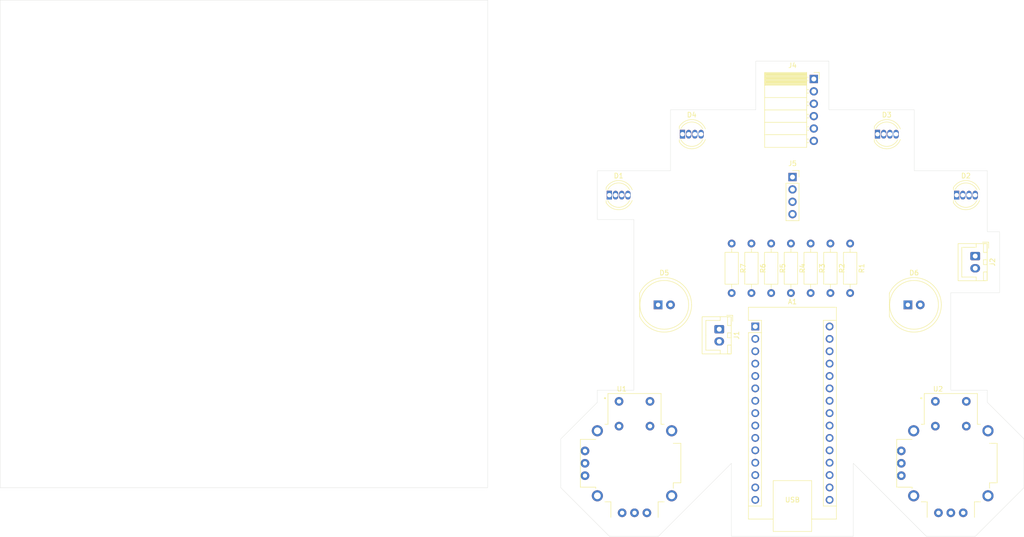
<source format=kicad_pcb>
(kicad_pcb (version 20241229) (generator "pcbnew") (generator_version "9.0")
  (layers (0 "F.Cu" signal) (2 "B.Cu" signal) (13 "F.Paste" user) (15 "B.Paste" user) (5 "F.SilkS" user "F.Silkscreen") (7 "B.SilkS" user "B.Silkscreen") (1 "F.Mask" user) (3 "B.Mask" user) (25 "Edge.Cuts" user))
  (net 0 "")
  (net 1 "Net-(A1-D6)")
  (net 2 "/DEPORT_BOUTON")
  (net 3 "Net-(A1-D10)")
  (net 5 "/POT_HORIZONTAL_2")
  (net 6 "/EN_BLUE")
  (net 7 "/POT_HORIZONTAL")
  (net 8 "/CLK_ECRAN")
  (net 9 "+5V")
  (net 10 "/POT_VERTICAL_2")
  (net 11 "/POT_VERTICAL")
  (net 12 "Net-(A1-D9)")
  (net 13 "Net-(A1-D3)")
  (net 16 "/TXD_BLUE")
  (net 17 "/9V_APRES_INTERRUPTEUR")
  (net 20 "GND")
  (net 23 "Net-(A1-D11)")
  (net 27 "Net-(A1-D13)")
  (net 28 "/DIO_ECRAN")
  (net 29 "/STATA_BLUE")
  (net 30 "/RGB_LED_Red")
  (net 31 "/RGB_LED_Blue")
  (net 32 "/RGB_LED_Green")
  (net 37 "/LED_GEANTE_GAU")
  (net 38 "/LED_GEANTE_DRO")
  (net 41 "+9V")
  (net 42 "/RXD_BLUE")
  (net 43 "/STATE_BLUE")
  (net 45 "/POT_BOUTON_2")
  (footprint "Resistor_THT:R_Axial_DIN0207_L6.3mm_D2.5mm_P10.16mm_Horizontal" (layer "F.Cu") (at 157.8 87.42 -90)
    (property "Reference" "R2" (at 5.08 -2.37 90) (layer "F.SilkS"))
    (property "Value" "R")
    (fp_line (start 1.04 0) (end 1.81 0) (stroke (width 0.12)) (layer "F.SilkS"))
    (fp_line (start 9.12 0) (end 8.35 0) (stroke (width 0.12)) (layer "F.SilkS"))
    (fp_rect (start 1.81 -1.37) (end 8.35 1.37) (stroke (width 0.12)) (fill no) (layer "F.SilkS"))
    (pad "1" thru_hole circle (at 0 0 270) (size 1.6 1.6) (drill 0.8) (layers "*.Cu" "*.Mask") (net 1 "Net-(A1-D6)"))
    (pad "2" thru_hole circle (at 10.16 0 270) (size 1.6 1.6) (drill 0.8) (layers "*.Cu" "*.Mask") (net 42 "/RXD_BLUE"))
  )
  (footprint "LED_THT:LED_D5.0mm-4_RGB" (layer "F.Cu") (at 183.69 77.5)
    (property "Reference" "D2" (at 1.905 -3.96 0) (layer "F.SilkS"))
    (property "Value" "LED RGB 1")
    (fp_line (start -0.655 -1.545) (end -0.655 -1.08) (stroke (width 0.12)) (layer "F.SilkS"))
    (fp_line (start -0.655 1.08) (end -0.655 1.545) (stroke (width 0.12)) (layer "F.SilkS"))
    (fp_arc (start -0.655 -1.54483) (mid 2.163898 -2.97877) (end 4.693136 -1.08) (stroke (width 0.12)) (layer "F.SilkS"))
    (fp_arc (start -0.349684 -1.08) (mid 1.905 -2.5) (end 4.159684 -1.08) (stroke (width 0.12)) (layer "F.SilkS"))
    (fp_arc (start 4.159684 1.08) (mid 1.905 2.5) (end -0.349684 1.08) (stroke (width 0.12)) (layer "F.SilkS"))
    (fp_arc (start 4.693136 1.08) (mid 2.163898 2.97877) (end -0.655 1.54483) (stroke (width 0.12)) (layer "F.SilkS"))
    (pad "1" thru_hole rect (at 0 0) (size 1.07 1.8) (drill 0.9) (layers "*.Cu" "*.Mask"))
    (pad "2" thru_hole oval (at 1.27 0) (size 1.07 1.8) (drill 0.9) (layers "*.Cu" "*.Mask") (net 31 "/RGB_LED_Blue"))
    (pad "3" thru_hole oval (at 2.54 0) (size 1.07 1.8) (drill 0.9) (layers "*.Cu" "*.Mask") (net 32 "/RGB_LED_Green"))
    (pad "4" thru_hole oval (at 3.81 0) (size 1.07 1.8) (drill 0.9) (layers "*.Cu" "*.Mask") (net 30 "/RGB_LED_Red"))
  )
  (footprint "Connector_PinSocket_2.54mm:PinSocket_1x06_P2.54mm_Horizontal" (layer "F.Cu") (at 154.4 53.675)
    (property "Reference" "J4" (at -4.38 -2.77 0) (layer "F.SilkS"))
    (property "Value" "Module Bluetooth")
    (fp_line (start -10.09 -1.33) (end -10.09 14.03) (stroke (width 0.12)) (layer "F.SilkS"))
    (fp_line (start -10.09 -1.33) (end -1.46 -1.33) (stroke (width 0.12)) (layer "F.SilkS"))
    (fp_line (start -10.09 -1.21) (end -1.46 -1.21) (stroke (width 0.12)) (layer "F.SilkS"))
    (fp_line (start -10.09 -1.091905) (end -1.46 -1.091905) (stroke (width 0.12)) (layer "F.SilkS"))
    (fp_line (start -10.09 -0.97381) (end -1.46 -0.97381) (stroke (width 0.12)) (layer "F.SilkS"))
    (fp_line (start -10.09 -0.855715) (end -1.46 -0.855715) (stroke (width 0.12)) (layer "F.SilkS"))
    (fp_line (start -10.09 -0.73762) (end -1.46 -0.73762) (stroke (width 0.12)) (layer "F.SilkS"))
    (fp_line (start -10.09 -0.619525) (end -1.46 -0.619525) (stroke (width 0.12)) (layer "F.SilkS"))
    (fp_line (start -10.09 -0.50143) (end -1.46 -0.50143) (stroke (width 0.12)) (layer "F.SilkS"))
    (fp_line (start -10.09 -0.383335) (end -1.46 -0.383335) (stroke (width 0.12)) (layer "F.SilkS"))
    (fp_line (start -10.09 -0.26524) (end -1.46 -0.26524) (stroke (width 0.12)) (layer "F.SilkS"))
    (fp_line (start -10.09 -0.147145) (end -1.46 -0.147145) (stroke (width 0.12)) (layer "F.SilkS"))
    (fp_line (start -10.09 -0.02905) (end -1.46 -0.02905) (stroke (width 0.12)) (layer "F.SilkS"))
    (fp_line (start -10.09 0.089045) (end -1.46 0.089045) (stroke (width 0.12)) (layer "F.SilkS"))
    (fp_line (start -10.09 0.20714) (end -1.46 0.20714) (stroke (width 0.12)) (layer "F.SilkS"))
    (fp_line (start -10.09 0.325235) (end -1.46 0.325235) (stroke (width 0.12)) (layer "F.SilkS"))
    (fp_line (start -10.09 0.44333) (end -1.46 0.44333) (stroke (width 0.12)) (layer "F.SilkS"))
    (fp_line (start -10.09 0.561425) (end -1.46 0.561425) (stroke (width 0.12)) (layer "F.SilkS"))
    (fp_line (start -10.09 0.67952) (end -1.46 0.67952) (stroke (width 0.12)) (layer "F.SilkS"))
    (fp_line (start -10.09 0.797615) (end -1.46 0.797615) (stroke (width 0.12)) (layer "F.SilkS"))
    (fp_line (start -10.09 0.91571) (end -1.46 0.91571) (stroke (width 0.12)) (layer "F.SilkS"))
    (fp_line (start -10.09 1.033805) (end -1.46 1.033805) (stroke (width 0.12)) (layer "F.SilkS"))
    (fp_line (start -10.09 1.1519) (end -1.46 1.1519) (stroke (width 0.12)) (layer "F.SilkS"))
    (fp_line (start -10.09 1.27) (end -1.46 1.27) (stroke (width 0.12)) (layer "F.SilkS"))
    (fp_line (start -10.09 3.81) (end -1.46 3.81) (stroke (width 0.12)) (layer "F.SilkS"))
    (fp_line (start -10.09 6.35) (end -1.46 6.35) (stroke (width 0.12)) (layer "F.SilkS"))
    (fp_line (start -10.09 8.89) (end -1.46 8.89) (stroke (width 0.12)) (layer "F.SilkS"))
    (fp_line (start -10.09 11.43) (end -1.46 11.43) (stroke (width 0.12)) (layer "F.SilkS"))
    (fp_line (start -10.09 14.03) (end -1.46 14.03) (stroke (width 0.12)) (layer "F.SilkS"))
    (fp_line (start -1.46 -1.33) (end -1.46 14.03) (stroke (width 0.12)) (layer "F.SilkS"))
    (fp_line (start -1.46 -0.36) (end -1.11 -0.36) (stroke (width 0.12)) (layer "F.SilkS"))
    (fp_line (start -1.46 0.36) (end -1.11 0.36) (stroke (width 0.12)) (layer "F.SilkS"))
    (fp_line (start -1.46 2.18) (end -1.05 2.18) (stroke (width 0.12)) (layer "F.SilkS"))
    (fp_line (start -1.46 2.9) (end -1.05 2.9) (stroke (width 0.12)) (layer "F.SilkS"))
    (fp_line (start -1.46 4.72) (end -1.05 4.72) (stroke (width 0.12)) (layer "F.SilkS"))
    (fp_line (start -1.46 5.44) (end -1.05 5.44) (stroke (width 0.12)) (layer "F.SilkS"))
    (fp_line (start -1.46 7.26) (end -1.05 7.26) (stroke (width 0.12)) (layer "F.SilkS"))
    (fp_line (start -1.46 7.98) (end -1.05 7.98) (stroke (width 0.12)) (layer "F.SilkS"))
    (fp_line (start -1.46 9.8) (end -1.05 9.8) (stroke (width 0.12)) (layer "F.SilkS"))
    (fp_line (start -1.46 10.52) (end -1.05 10.52) (stroke (width 0.12)) (layer "F.SilkS"))
    (fp_line (start -1.46 12.34) (end -1.05 12.34) (stroke (width 0.12)) (layer "F.SilkS"))
    (fp_line (start -1.46 13.06) (end -1.05 13.06) (stroke (width 0.12)) (layer "F.SilkS"))
    (fp_line (start 0 -1.33) (end 1.11 -1.33) (stroke (width 0.12)) (layer "F.SilkS"))
    (fp_line (start 1.11 -1.33) (end 1.11 0) (stroke (width 0.12)) (layer "F.SilkS"))
    (pad "1" thru_hole rect (at 0 0) (size 1.7 1.7) (drill 1) (layers "*.Cu" "*.Mask") (net 6 "/EN_BLUE"))
    (pad "2" thru_hole circle (at 0 2.54) (size 1.7 1.7) (drill 1) (layers "*.Cu" "*.Mask") (net 9 "+5V"))
    (pad "3" thru_hole circle (at 0 5.08) (size 1.7 1.7) (drill 1) (layers "*.Cu" "*.Mask") (net 20 "GND"))
    (pad "4" thru_hole circle (at 0 7.62) (size 1.7 1.7) (drill 1) (layers "*.Cu" "*.Mask") (net 16 "/TXD_BLUE"))
    (pad "5" thru_hole circle (at 0 10.16) (size 1.7 1.7) (drill 1) (layers "*.Cu" "*.Mask") (net 42 "/RXD_BLUE"))
    (pad "6" thru_hole circle (at 0 12.7) (size 1.7 1.7) (drill 1) (layers "*.Cu" "*.Mask") (net 43 "/STATE_BLUE"))
  )
  (footprint "LED_THT:LED_D10.0mm" (layer "F.Cu") (at 173.69 100)
    (property "Reference" "D6" (at 1.27 -6.56 0) (layer "F.SilkS"))
    (property "Value" "LED Géante 1")
    (fp_line (start -3.79 -2.376) (end -3.79 2.376) (stroke (width 0.12)) (layer "F.SilkS"))
    (fp_arc (start -3.79 -2.375816) (mid 2.487107 -5.455891) (end 6.86 0) (stroke (width 0.12)) (layer "F.SilkS"))
    (fp_arc (start 6.86 0) (mid 2.487107 5.455891) (end -3.79 2.375816) (stroke (width 0.12)) (layer "F.SilkS"))
    (fp_circle (center 1.27 0) (end 6.27 0) (stroke (width 0.12)) (fill no) (layer "F.SilkS"))
    (pad "1" thru_hole rect (at 0 0) (size 1.8 1.8) (drill 0.9) (layers "*.Cu" "*.Mask") (net 20 "GND"))
    (pad "2" thru_hole circle (at 2.54 0) (size 1.8 1.8) (drill 0.9) (layers "*.Cu" "*.Mask") (net 38 "/LED_GEANTE_DRO"))
  )
  (footprint "Resistor_THT:R_Axial_DIN0207_L6.3mm_D2.5mm_P10.16mm_Horizontal" (layer "F.Cu") (at 137.55 87.42 -90)
    (property "Reference" "R7" (at 5.08 -2.37 90) (layer "F.SilkS"))
    (property "Value" "R")
    (fp_line (start 1.04 0) (end 1.81 0) (stroke (width 0.12)) (layer "F.SilkS"))
    (fp_line (start 9.12 0) (end 8.35 0) (stroke (width 0.12)) (layer "F.SilkS"))
    (fp_rect (start 1.81 -1.37) (end 8.35 1.37) (stroke (width 0.12)) (fill no) (layer "F.SilkS"))
    (pad "1" thru_hole circle (at 0 0 270) (size 1.6 1.6) (drill 0.8) (layers "*.Cu" "*.Mask") (net 13 "Net-(A1-D3)"))
    (pad "2" thru_hole circle (at 10.16 0 270) (size 1.6 1.6) (drill 0.8) (layers "*.Cu" "*.Mask") (net 37 "/LED_GEANTE_GAU"))
  )
  (footprint "Connector_PinSocket_2.54mm:PinSocket_1x04_P2.54mm_Vertical" (layer "F.Cu") (at 150.025 73.785)
    (property "Reference" "J5" (at 0 -2.77 0) (layer "F.SilkS"))
    (property "Value" "Ecran 7 segments")
    (fp_line (start -1.33 1.27) (end -1.33 8.95) (stroke (width 0.12)) (layer "F.SilkS"))
    (fp_line (start -1.33 1.27) (end 1.33 1.27) (stroke (width 0.12)) (layer "F.SilkS"))
    (fp_line (start -1.33 8.95) (end 1.33 8.95) (stroke (width 0.12)) (layer "F.SilkS"))
    (fp_line (start 0 -1.33) (end 1.33 -1.33) (stroke (width 0.12)) (layer "F.SilkS"))
    (fp_line (start 1.33 -1.33) (end 1.33 0) (stroke (width 0.12)) (layer "F.SilkS"))
    (fp_line (start 1.33 1.27) (end 1.33 8.95) (stroke (width 0.12)) (layer "F.SilkS"))
    (pad "1" thru_hole rect (at 0 0) (size 1.7 1.7) (drill 1) (layers "*.Cu" "*.Mask") (net 8 "/CLK_ECRAN"))
    (pad "2" thru_hole circle (at 0 2.54) (size 1.7 1.7) (drill 1) (layers "*.Cu" "*.Mask") (net 28 "/DIO_ECRAN"))
    (pad "3" thru_hole circle (at 0 5.08) (size 1.7 1.7) (drill 1) (layers "*.Cu" "*.Mask") (net 9 "+5V"))
    (pad "4" thru_hole circle (at 0 7.62) (size 1.7 1.7) (drill 1) (layers "*.Cu" "*.Mask") (net 20 "GND"))
  )
  (footprint "Connector_JST:JST_XH_B2B-XH-A_1x02_P2.50mm_Vertical" (layer "F.Cu") (at 135 105 -90)
    (property "Reference" "J1" (at 1.25 -3.55 90) (layer "F.SilkS"))
    (property "Value" "Connecteur relié à boitier piles")
    (fp_line (start -1.8 2.75) (end 1.25 2.75) (stroke (width 0.12)) (layer "F.SilkS"))
    (fp_line (start 4.3 2.75) (end 1.25 2.75) (stroke (width 0.12)) (layer "F.SilkS"))
    (fp_line (start -2.55 -0.2) (end -1.8 -0.2) (stroke (width 0.12)) (layer "F.SilkS"))
    (fp_line (start -1.8 -0.2) (end -1.8 2.75) (stroke (width 0.12)) (layer "F.SilkS"))
    (fp_line (start 4.3 -0.2) (end 4.3 2.75) (stroke (width 0.12)) (layer "F.SilkS"))
    (fp_line (start 5.05 -0.2) (end 4.3 -0.2) (stroke (width 0.12)) (layer "F.SilkS"))
    (fp_line (start -2.85 -2.75) (end -2.85 -1.5) (stroke (width 0.12)) (layer "F.SilkS"))
    (fp_line (start -1.6 -2.75) (end -2.85 -2.75) (stroke (width 0.12)) (layer "F.SilkS"))
    (fp_rect (start -2.55 -2.45) (end -0.75 -1.7) (stroke (width 0.12)) (fill no) (layer "F.SilkS"))
    (fp_rect (start 0.75 -2.45) (end 1.75 -1.7) (stroke (width 0.12)) (fill no) (layer "F.SilkS"))
    (fp_rect (start 3.25 -2.45) (end 5.05 -1.7) (stroke (width 0.12)) (fill no) (layer "F.SilkS"))
    (fp_rect (start -2.56 -2.46) (end 5.06 3.51) (stroke (width 0.12)) (fill no) (layer "F.SilkS"))
    (pad "1" thru_hole roundrect (at 0 0 270) (size 1.7 2) (drill 1) (layers "*.Cu" "*.Mask") (roundrect_rratio 0.147059))
    (pad "2" thru_hole oval (at 2.5 0 270) (size 1.7 2) (drill 1) (layers "*.Cu" "*.Mask"))
  )
  (footprint "Resistor_THT:R_Axial_DIN0207_L6.3mm_D2.5mm_P10.16mm_Horizontal" (layer "F.Cu") (at 153.75 87.42 -90)
    (property "Reference" "R3" (at 5.08 -2.37 90) (layer "F.SilkS"))
    (property "Value" "R")
    (fp_line (start 1.04 0) (end 1.81 0) (stroke (width 0.12)) (layer "F.SilkS"))
    (fp_line (start 9.12 0) (end 8.35 0) (stroke (width 0.12)) (layer "F.SilkS"))
    (fp_rect (start 1.81 -1.37) (end 8.35 1.37) (stroke (width 0.12)) (fill no) (layer "F.SilkS"))
    (pad "1" thru_hole circle (at 0 0 270) (size 1.6 1.6) (drill 0.8) (layers "*.Cu" "*.Mask") (net 12 "Net-(A1-D9)"))
    (pad "2" thru_hole circle (at 10.16 0 270) (size 1.6 1.6) (drill 0.8) (layers "*.Cu" "*.Mask") (net 30 "/RGB_LED_Red"))
  )
  (footprint "Module:Arduino_Nano" (layer "F.Cu") (at 142.39 104.44)
    (property "Reference" "A1" (at 7.62 -5.08 0) (layer "F.SilkS"))
    (property "Value" "Arduino_Nano_v3.x")
    (fp_line (start -1.4 -3.94) (end -1.4 -1.27) (stroke (width 0.12)) (layer "F.SilkS"))
    (fp_line (start -1.4 1.27) (end -1.4 39.5) (stroke (width 0.12)) (layer "F.SilkS"))
    (fp_line (start -1.4 39.5) (end 3.68 39.5) (stroke (width 0.12)) (layer "F.SilkS"))
    (fp_line (start 1.27 -1.27) (end -1.4 -1.27) (stroke (width 0.12)) (layer "F.SilkS"))
    (fp_line (start 1.27 1.27) (end -1.4 1.27) (stroke (width 0.12)) (layer "F.SilkS"))
    (fp_line (start 1.27 1.27) (end 1.27 -1.27) (stroke (width 0.12)) (layer "F.SilkS"))
    (fp_line (start 1.27 1.27) (end 1.27 36.83) (stroke (width 0.12)) (layer "F.SilkS"))
    (fp_line (start 1.27 36.83) (end -1.4 36.83) (stroke (width 0.12)) (layer "F.SilkS"))
    (fp_line (start 3.68 31.62) (end 11.56 31.62) (stroke (width 0.12)) (layer "F.SilkS"))
    (fp_line (start 3.68 42.04) (end 3.68 31.62) (stroke (width 0.12)) (layer "F.SilkS"))
    (fp_line (start 11.56 31.62) (end 11.56 42.04) (stroke (width 0.12)) (layer "F.SilkS"))
    (fp_line (start 11.56 42.04) (end 3.68 42.04) (stroke (width 0.12)) (layer "F.SilkS"))
    (fp_line (start 13.97 -1.27) (end 13.97 36.83) (stroke (width 0.12)) (layer "F.SilkS"))
    (fp_line (start 13.97 -1.27) (end 16.64 -1.27) (stroke (width 0.12)) (layer "F.SilkS"))
    (fp_line (start 13.97 36.83) (end 16.64 36.83) (stroke (width 0.12)) (layer "F.SilkS"))
    (fp_line (start 16.64 -3.94) (end -1.4 -3.94) (stroke (width 0.12)) (layer "F.SilkS"))
    (fp_line (start 16.64 39.5) (end 11.56 39.5) (stroke (width 0.12)) (layer "F.SilkS"))
    (fp_line (start 16.64 39.5) (end 16.64 -3.94) (stroke (width 0.12)) (layer "F.SilkS"))
    (fp_text user "USB" (at 7.62 35.56 0) (layer "F.SilkS"))
    (pad "1" thru_hole rect (at 0 0) (size 1.6 1.6) (drill 1) (layers "*.Cu" "*.Mask"))
    (pad "2" thru_hole oval (at 0 2.54) (size 1.6 1.6) (drill 1) (layers "*.Cu" "*.Mask"))
    (pad "3" thru_hole oval (at 0 5.08) (size 1.6 1.6) (drill 1) (layers "*.Cu" "*.Mask"))
    (pad "4" thru_hole oval (at 0 7.62) (size 1.6 1.6) (drill 1) (layers "*.Cu" "*.Mask") (net 20 "GND"))
    (pad "5" thru_hole oval (at 0 10.16) (size 1.6 1.6) (drill 1) (layers "*.Cu" "*.Mask") (net 2 "/DEPORT_BOUTON"))
    (pad "6" thru_hole oval (at 0 12.7) (size 1.6 1.6) (drill 1) (layers "*.Cu" "*.Mask") (net 13 "Net-(A1-D3)"))
    (pad "7" thru_hole oval (at 0 15.24) (size 1.6 1.6) (drill 1) (layers "*.Cu" "*.Mask") (net 6 "/EN_BLUE"))
    (pad "8" thru_hole oval (at 0 17.78) (size 1.6 1.6) (drill 1) (layers "*.Cu" "*.Mask") (net 16 "/TXD_BLUE"))
    (pad "9" thru_hole oval (at 0 20.32) (size 1.6 1.6) (drill 1) (layers "*.Cu" "*.Mask") (net 1 "Net-(A1-D6)"))
    (pad "10" thru_hole oval (at 0 22.86) (size 1.6 1.6) (drill 1) (layers "*.Cu" "*.Mask") (net 29 "/STATA_BLUE"))
    (pad "11" thru_hole oval (at 0 25.4) (size 1.6 1.6) (drill 1) (layers "*.Cu" "*.Mask") (net 8 "/CLK_ECRAN"))
    (pad "12" thru_hole oval (at 0 27.94) (size 1.6 1.6) (drill 1) (layers "*.Cu" "*.Mask") (net 12 "Net-(A1-D9)"))
    (pad "13" thru_hole oval (at 0 30.48) (size 1.6 1.6) (drill 1) (layers "*.Cu" "*.Mask") (net 3 "Net-(A1-D10)"))
    (pad "14" thru_hole oval (at 0 33.02) (size 1.6 1.6) (drill 1) (layers "*.Cu" "*.Mask") (net 23 "Net-(A1-D11)"))
    (pad "15" thru_hole oval (at 0 35.56) (size 1.6 1.6) (drill 1) (layers "*.Cu" "*.Mask") (net 28 "/DIO_ECRAN"))
    (pad "16" thru_hole oval (at 15.24 35.56) (size 1.6 1.6) (drill 1) (layers "*.Cu" "*.Mask") (net 27 "Net-(A1-D13)"))
    (pad "17" thru_hole oval (at 15.24 33.02) (size 1.6 1.6) (drill 1) (layers "*.Cu" "*.Mask"))
    (pad "18" thru_hole oval (at 15.24 30.48) (size 1.6 1.6) (drill 1) (layers "*.Cu" "*.Mask"))
    (pad "19" thru_hole oval (at 15.24 27.94) (size 1.6 1.6) (drill 1) (layers "*.Cu" "*.Mask") (net 7 "/POT_HORIZONTAL"))
    (pad "20" thru_hole oval (at 15.24 25.4) (size 1.6 1.6) (drill 1) (layers "*.Cu" "*.Mask") (net 11 "/POT_VERTICAL"))
    (pad "21" thru_hole oval (at 15.24 22.86) (size 1.6 1.6) (drill 1) (layers "*.Cu" "*.Mask") (net 5 "/POT_HORIZONTAL_2"))
    (pad "22" thru_hole oval (at 15.24 20.32) (size 1.6 1.6) (drill 1) (layers "*.Cu" "*.Mask") (net 10 "/POT_VERTICAL_2"))
    (pad "23" thru_hole oval (at 15.24 17.78) (size 1.6 1.6) (drill 1) (layers "*.Cu" "*.Mask"))
    (pad "24" thru_hole oval (at 15.24 15.24) (size 1.6 1.6) (drill 1) (layers "*.Cu" "*.Mask"))
    (pad "25" thru_hole oval (at 15.24 12.7) (size 1.6 1.6) (drill 1) (layers "*.Cu" "*.Mask"))
    (pad "26" thru_hole oval (at 15.24 10.16) (size 1.6 1.6) (drill 1) (layers "*.Cu" "*.Mask"))
    (pad "27" thru_hole oval (at 15.24 7.62) (size 1.6 1.6) (drill 1) (layers "*.Cu" "*.Mask") (net 9 "+5V"))
    (pad "28" thru_hole oval (at 15.24 5.08) (size 1.6 1.6) (drill 1) (layers "*.Cu" "*.Mask"))
    (pad "29" thru_hole oval (at 15.24 2.54) (size 1.6 1.6) (drill 1) (layers "*.Cu" "*.Mask") (net 20 "GND"))
    (pad "30" thru_hole oval (at 15.24 0) (size 1.6 1.6) (drill 1) (layers "*.Cu" "*.Mask") (net 17 "/9V_APRES_INTERRUPTEUR"))
  )
  (footprint "LED_THT:LED_D5.0mm-4_RGB" (layer "F.Cu") (at 167.46 65)
    (property "Reference" "D3" (at 1.905 -3.96 0) (layer "F.SilkS"))
    (property "Value" "LED RGB 2")
    (fp_line (start -0.655 -1.545) (end -0.655 -1.08) (stroke (width 0.12)) (layer "F.SilkS"))
    (fp_line (start -0.655 1.08) (end -0.655 1.545) (stroke (width 0.12)) (layer "F.SilkS"))
    (fp_arc (start -0.655 -1.54483) (mid 2.163898 -2.97877) (end 4.693136 -1.08) (stroke (width 0.12)) (layer "F.SilkS"))
    (fp_arc (start -0.349684 -1.08) (mid 1.905 -2.5) (end 4.159684 -1.08) (stroke (width 0.12)) (layer "F.SilkS"))
    (fp_arc (start 4.159684 1.08) (mid 1.905 2.5) (end -0.349684 1.08) (stroke (width 0.12)) (layer "F.SilkS"))
    (fp_arc (start 4.693136 1.08) (mid 2.163898 2.97877) (end -0.655 1.54483) (stroke (width 0.12)) (layer "F.SilkS"))
    (pad "1" thru_hole rect (at 0 0) (size 1.07 1.8) (drill 0.9) (layers "*.Cu" "*.Mask"))
    (pad "2" thru_hole oval (at 1.27 0) (size 1.07 1.8) (drill 0.9) (layers "*.Cu" "*.Mask") (net 31 "/RGB_LED_Blue"))
    (pad "3" thru_hole oval (at 2.54 0) (size 1.07 1.8) (drill 0.9) (layers "*.Cu" "*.Mask") (net 32 "/RGB_LED_Green"))
    (pad "4" thru_hole oval (at 3.81 0) (size 1.07 1.8) (drill 0.9) (layers "*.Cu" "*.Mask") (net 30 "/RGB_LED_Red"))
  )
  (footprint "Resistor_THT:R_Axial_DIN0207_L6.3mm_D2.5mm_P10.16mm_Horizontal" (layer "F.Cu") (at 145.65 87.42 -90)
    (property "Reference" "R5" (at 5.08 -2.37 90) (layer "F.SilkS"))
    (property "Value" "R")
    (fp_line (start 1.04 0) (end 1.81 0) (stroke (width 0.12)) (layer "F.SilkS"))
    (fp_line (start 9.12 0) (end 8.35 0) (stroke (width 0.12)) (layer "F.SilkS"))
    (fp_rect (start 1.81 -1.37) (end 8.35 1.37) (stroke (width 0.12)) (fill no) (layer "F.SilkS"))
    (pad "1" thru_hole circle (at 0 0 270) (size 1.6 1.6) (drill 0.8) (layers "*.Cu" "*.Mask") (net 31 "/RGB_LED_Blue"))
    (pad "2" thru_hole circle (at 10.16 0 270) (size 1.6 1.6) (drill 0.8) (layers "*.Cu" "*.Mask") (net 3 "Net-(A1-D10)"))
  )
  (footprint "Resistor_THT:R_Axial_DIN0207_L6.3mm_D2.5mm_P10.16mm_Horizontal" (layer "F.Cu") (at 141.6 87.42 -90)
    (property "Reference" "R6" (at 5.08 -2.37 90) (layer "F.SilkS"))
    (property "Value" "R")
    (fp_line (start 1.04 0) (end 1.81 0) (stroke (width 0.12)) (layer "F.SilkS"))
    (fp_line (start 9.12 0) (end 8.35 0) (stroke (width 0.12)) (layer "F.SilkS"))
    (fp_rect (start 1.81 -1.37) (end 8.35 1.37) (stroke (width 0.12)) (fill no) (layer "F.SilkS"))
    (pad "1" thru_hole circle (at 0 0 270) (size 1.6 1.6) (drill 0.8) (layers "*.Cu" "*.Mask") (net 38 "/LED_GEANTE_DRO"))
    (pad "2" thru_hole circle (at 10.16 0 270) (size 1.6 1.6) (drill 0.8) (layers "*.Cu" "*.Mask") (net 27 "Net-(A1-D13)"))
  )
  (footprint "Resistor_THT:R_Axial_DIN0207_L6.3mm_D2.5mm_P10.16mm_Horizontal" (layer "F.Cu") (at 149.7 87.42 -90)
    (property "Reference" "R4" (at 5.08 -2.37 90) (layer "F.SilkS"))
    (property "Value" "R")
    (fp_line (start 1.04 0) (end 1.81 0) (stroke (width 0.12)) (layer "F.SilkS"))
    (fp_line (start 9.12 0) (end 8.35 0) (stroke (width 0.12)) (layer "F.SilkS"))
    (fp_rect (start 1.81 -1.37) (end 8.35 1.37) (stroke (width 0.12)) (fill no) (layer "F.SilkS"))
    (pad "1" thru_hole circle (at 0 0 270) (size 1.6 1.6) (drill 0.8) (layers "*.Cu" "*.Mask") (net 32 "/RGB_LED_Green"))
    (pad "2" thru_hole circle (at 10.16 0 270) (size 1.6 1.6) (drill 0.8) (layers "*.Cu" "*.Mask") (net 23 "Net-(A1-D11)"))
  )
  (footprint "LED_THT:LED_D5.0mm-4_RGB" (layer "F.Cu") (at 127.46 65)
    (property "Reference" "D4" (at 1.905 -3.96 0) (layer "F.SilkS"))
    (property "Value" "LED RGB 3")
    (fp_line (start -0.655 -1.545) (end -0.655 -1.08) (stroke (width 0.12)) (layer "F.SilkS"))
    (fp_line (start -0.655 1.08) (end -0.655 1.545) (stroke (width 0.12)) (layer "F.SilkS"))
    (fp_arc (start -0.655 -1.54483) (mid 2.163898 -2.97877) (end 4.693136 -1.08) (stroke (width 0.12)) (layer "F.SilkS"))
    (fp_arc (start -0.349684 -1.08) (mid 1.905 -2.5) (end 4.159684 -1.08) (stroke (width 0.12)) (layer "F.SilkS"))
    (fp_arc (start 4.159684 1.08) (mid 1.905 2.5) (end -0.349684 1.08) (stroke (width 0.12)) (layer "F.SilkS"))
    (fp_arc (start 4.693136 1.08) (mid 2.163898 2.97877) (end -0.655 1.54483) (stroke (width 0.12)) (layer "F.SilkS"))
    (pad "1" thru_hole rect (at 0 0) (size 1.07 1.8) (drill 0.9) (layers "*.Cu" "*.Mask"))
    (pad "2" thru_hole oval (at 1.27 0) (size 1.07 1.8) (drill 0.9) (layers "*.Cu" "*.Mask") (net 31 "/RGB_LED_Blue"))
    (pad "3" thru_hole oval (at 2.54 0) (size 1.07 1.8) (drill 0.9) (layers "*.Cu" "*.Mask") (net 32 "/RGB_LED_Green"))
    (pad "4" thru_hole oval (at 3.81 0) (size 1.07 1.8) (drill 0.9) (layers "*.Cu" "*.Mask") (net 30 "/RGB_LED_Red"))
  )
  (footprint "Connector_JST:JST_XH_B2B-XH-A_1x02_P2.50mm_Vertical" (layer "F.Cu") (at 187.5 90 -90)
    (property "Reference" "J2" (at 1.25 -3.55 90) (layer "F.SilkS"))
    (property "Value" "interrupteur ON/OFF")
    (fp_line (start -1.8 2.75) (end 1.25 2.75) (stroke (width 0.12)) (layer "F.SilkS"))
    (fp_line (start 4.3 2.75) (end 1.25 2.75) (stroke (width 0.12)) (layer "F.SilkS"))
    (fp_line (start -2.55 -0.2) (end -1.8 -0.2) (stroke (width 0.12)) (layer "F.SilkS"))
    (fp_line (start -1.8 -0.2) (end -1.8 2.75) (stroke (width 0.12)) (layer "F.SilkS"))
    (fp_line (start 4.3 -0.2) (end 4.3 2.75) (stroke (width 0.12)) (layer "F.SilkS"))
    (fp_line (start 5.05 -0.2) (end 4.3 -0.2) (stroke (width 0.12)) (layer "F.SilkS"))
    (fp_line (start -2.85 -2.75) (end -2.85 -1.5) (stroke (width 0.12)) (layer "F.SilkS"))
    (fp_line (start -1.6 -2.75) (end -2.85 -2.75) (stroke (width 0.12)) (layer "F.SilkS"))
    (fp_rect (start -2.55 -2.45) (end -0.75 -1.7) (stroke (width 0.12)) (fill no) (layer "F.SilkS"))
    (fp_rect (start 0.75 -2.45) (end 1.75 -1.7) (stroke (width 0.12)) (fill no) (layer "F.SilkS"))
    (fp_rect (start 3.25 -2.45) (end 5.05 -1.7) (stroke (width 0.12)) (fill no) (layer "F.SilkS"))
    (fp_rect (start -2.56 -2.46) (end 5.06 3.51) (stroke (width 0.12)) (fill no) (layer "F.SilkS"))
    (pad "1" thru_hole roundrect (at 0 0 270) (size 1.7 2) (drill 1) (layers "*.Cu" "*.Mask") (roundrect_rratio 0.147059) (net 41 "+9V"))
    (pad "2" thru_hole oval (at 2.5 0 270) (size 1.7 2) (drill 1) (layers "*.Cu" "*.Mask") (net 17 "/9V_APRES_INTERRUPTEUR"))
  )
  (footprint "COM-09032:XDCR_COM-09032" (layer "F.Cu") (at 182.5 132.5)
    (property "Reference" "U2" (at -2.625 -15.235 0) (layer "F.SilkS"))
    (property "Value" "Joystick direction")
    (fp_line (start -11.1 -4.9) (end -7.95 -4.9) (stroke (width 0.127)) (layer "F.SilkS"))
    (fp_line (start -11.1 4.9) (end -11.1 -4.9) (stroke (width 0.127)) (layer "F.SilkS"))
    (fp_line (start -7.95 4.9) (end -11.1 4.9) (stroke (width 0.127)) (layer "F.SilkS"))
    (fp_line (start -7.95 5.17) (end -7.95 4.9) (stroke (width 0.127)) (layer "F.SilkS"))
    (fp_line (start -6.07 -8) (end -5.45 -8) (stroke (width 0.127)) (layer "F.SilkS"))
    (fp_line (start -5.45 -14.3) (end 5.45 -14.3) (stroke (width 0.127)) (layer "F.SilkS"))
    (fp_line (start -5.45 -8) (end -5.45 -14.3) (stroke (width 0.127)) (layer "F.SilkS"))
    (fp_line (start -4.85 7.9) (end -6.07 7.9) (stroke (width 0.127)) (layer "F.SilkS"))
    (fp_line (start -4.85 11.1) (end -4.85 7.9) (stroke (width 0.127)) (layer "F.SilkS"))
    (fp_line (start 4.85 7.9) (end 4.85 11.1) (stroke (width 0.127)) (layer "F.SilkS"))
    (fp_line (start 5.45 -14.3) (end 5.45 -8) (stroke (width 0.127)) (layer "F.SilkS"))
    (fp_line (start 5.45 -8) (end 6.08 -8) (stroke (width 0.127)) (layer "F.SilkS"))
    (fp_line (start 6.08 7.9) (end 4.85 7.9) (stroke (width 0.127)) (layer "F.SilkS"))
    (fp_line (start 7.95 -4.1) (end 9.5 -4.1) (stroke (width 0.127)) (layer "F.SilkS"))
    (fp_line (start 7.95 4) (end 7.95 5.12) (stroke (width 0.127)) (layer "F.SilkS"))
    (fp_line (start 9.5 -4.1) (end 9.5 4) (stroke (width 0.127)) (layer "F.SilkS"))
    (fp_line (start 9.5 4) (end 7.95 4) (stroke (width 0.127)) (layer "F.SilkS"))
    (fp_circle (center -6.05 -13.35) (end -5.95 -13.35) (stroke (width 0.2)) (fill no) (layer "F.SilkS"))
    (pad "B1A" thru_hole circle (at -3.175 -12.7) (size 1.778 1.778) (drill 0.9) (layers "*.Cu" "*.Mask") (net 45 "/POT_BOUTON_2"))
    (pad "B1B" thru_hole circle (at 3.175 -12.7) (size 1.778 1.778) (drill 0.9) (layers "*.Cu" "*.Mask"))
    (pad "B2A" thru_hole circle (at -3.175 -7.62) (size 1.778 1.778) (drill 0.9) (layers "*.Cu" "*.Mask") (net 20 "GND"))
    (pad "B2B" thru_hole circle (at 3.175 -7.62) (size 1.778 1.778) (drill 0.9) (layers "*.Cu" "*.Mask"))
    (pad "H1" thru_hole circle (at -2.54 10.16) (size 1.778 1.778) (drill 0.889) (layers "*.Cu" "*.Mask") (net 9 "+5V"))
    (pad "H2" thru_hole circle (at 0 10.16) (size 1.778 1.778) (drill 0.889) (layers "*.Cu" "*.Mask") (net 5 "/POT_HORIZONTAL_2"))
    (pad "H3" thru_hole circle (at 2.54 10.16) (size 1.778 1.778) (drill 0.889) (layers "*.Cu" "*.Mask") (net 20 "GND"))
    (pad "S1" thru_hole circle (at -7.62 -6.6675) (size 2.286 2.286) (drill 1.397) (layers "*.Cu" "*.Mask") (net 20 "GND"))
    (pad "S2" thru_hole circle (at -7.62 6.6675) (size 2.286 2.286) (drill 1.397) (layers "*.Cu" "*.Mask") (net 20 "GND"))
    (pad "S3" thru_hole circle (at 7.62 6.6675) (size 2.286 2.286) (drill 1.397) (layers "*.Cu" "*.Mask") (net 20 "GND"))
    (pad "S4" thru_hole circle (at 7.62 -6.6675) (size 2.286 2.286) (drill 1.397) (layers "*.Cu" "*.Mask") (net 20 "GND"))
    (pad "V1" thru_hole circle (at -10.16 -2.54) (size 1.778 1.778) (drill 0.889) (layers "*.Cu" "*.Mask") (net 9 "+5V"))
    (pad "V2" thru_hole circle (at -10.16 0) (size 1.778 1.778) (drill 0.889) (layers "*.Cu" "*.Mask") (net 10 "/POT_VERTICAL_2"))
    (pad "V3" thru_hole circle (at -10.16 2.54) (size 1.778 1.778) (drill 0.889) (layers "*.Cu" "*.Mask") (net 20 "GND"))
  )
  (footprint "Resistor_THT:R_Axial_DIN0207_L6.3mm_D2.5mm_P10.16mm_Horizontal" (layer "F.Cu") (at 161.85 87.42 -90)
    (property "Reference" "R1" (at 5.08 -2.37 90) (layer "F.SilkS"))
    (property "Value" "R")
    (fp_line (start 1.04 0) (end 1.81 0) (stroke (width 0.12)) (layer "F.SilkS"))
    (fp_line (start 9.12 0) (end 8.35 0) (stroke (width 0.12)) (layer "F.SilkS"))
    (fp_rect (start 1.81 -1.37) (end 8.35 1.37) (stroke (width 0.12)) (fill no) (layer "F.SilkS"))
    (pad "1" thru_hole circle (at 0 0 270) (size 1.6 1.6) (drill 0.8) (layers "*.Cu" "*.Mask") (net 20 "GND"))
    (pad "2" thru_hole circle (at 10.16 0 270) (size 1.6 1.6) (drill 0.8) (layers "*.Cu" "*.Mask") (net 1 "Net-(A1-D6)"))
  )
  (footprint "LED_THT:LED_D10.0mm" (layer "F.Cu") (at 122.46 100)
    (property "Reference" "D5" (at 1.27 -6.56 0) (layer "F.SilkS"))
    (property "Value" "LED Géante 2")
    (fp_line (start -3.79 -2.376) (end -3.79 2.376) (stroke (width 0.12)) (layer "F.SilkS"))
    (fp_arc (start -3.79 -2.375816) (mid 2.487107 -5.455891) (end 6.86 0) (stroke (width 0.12)) (layer "F.SilkS"))
    (fp_arc (start 6.86 0) (mid 2.487107 5.455891) (end -3.79 2.375816) (stroke (width 0.12)) (layer "F.SilkS"))
    (fp_circle (center 1.27 0) (end 6.27 0) (stroke (width 0.12)) (fill no) (layer "F.SilkS"))
    (pad "1" thru_hole rect (at 0 0) (size 1.8 1.8) (drill 0.9) (layers "*.Cu" "*.Mask") (net 20 "GND"))
    (pad "2" thru_hole circle (at 2.54 0) (size 1.8 1.8) (drill 0.9) (layers "*.Cu" "*.Mask") (net 37 "/LED_GEANTE_GAU"))
  )
  (footprint "COM-09032:XDCR_COM-09032" (layer "F.Cu") (at 117.62 132.5)
    (property "Reference" "U1" (at -2.625 -15.235 0) (layer "F.SilkS"))
    (property "Value" "Joystick vitesse")
    (fp_line (start -11.1 -4.9) (end -7.95 -4.9) (stroke (width 0.127)) (layer "F.SilkS"))
    (fp_line (start -11.1 4.9) (end -11.1 -4.9) (stroke (width 0.127)) (layer "F.SilkS"))
    (fp_line (start -7.95 4.9) (end -11.1 4.9) (stroke (width 0.127)) (layer "F.SilkS"))
    (fp_line (start -7.95 5.17) (end -7.95 4.9) (stroke (width 0.127)) (layer "F.SilkS"))
    (fp_line (start -6.07 -8) (end -5.45 -8) (stroke (width 0.127)) (layer "F.SilkS"))
    (fp_line (start -5.45 -14.3) (end 5.45 -14.3) (stroke (width 0.127)) (layer "F.SilkS"))
    (fp_line (start -5.45 -8) (end -5.45 -14.3) (stroke (width 0.127)) (layer "F.SilkS"))
    (fp_line (start -4.85 7.9) (end -6.07 7.9) (stroke (width 0.127)) (layer "F.SilkS"))
    (fp_line (start -4.85 11.1) (end -4.85 7.9) (stroke (width 0.127)) (layer "F.SilkS"))
    (fp_line (start 4.85 7.9) (end 4.85 11.1) (stroke (width 0.127)) (layer "F.SilkS"))
    (fp_line (start 5.45 -14.3) (end 5.45 -8) (stroke (width 0.127)) (layer "F.SilkS"))
    (fp_line (start 5.45 -8) (end 6.08 -8) (stroke (width 0.127)) (layer "F.SilkS"))
    (fp_line (start 6.08 7.9) (end 4.85 7.9) (stroke (width 0.127)) (layer "F.SilkS"))
    (fp_line (start 7.95 -4.1) (end 9.5 -4.1) (stroke (width 0.127)) (layer "F.SilkS"))
    (fp_line (start 7.95 4) (end 7.95 5.12) (stroke (width 0.127)) (layer "F.SilkS"))
    (fp_line (start 9.5 -4.1) (end 9.5 4) (stroke (width 0.127)) (layer "F.SilkS"))
    (fp_line (start 9.5 4) (end 7.95 4) (stroke (width 0.127)) (layer "F.SilkS"))
    (fp_circle (center -6.05 -13.35) (end -5.95 -13.35) (stroke (width 0.2)) (fill no) (layer "F.SilkS"))
    (pad "B1A" thru_hole circle (at -3.175 -12.7) (size 1.778 1.778) (drill 0.9) (layers "*.Cu" "*.Mask"))
    (pad "B1B" thru_hole circle (at 3.175 -12.7) (size 1.778 1.778) (drill 0.9) (layers "*.Cu" "*.Mask"))
    (pad "B2A" thru_hole circle (at -3.175 -7.62) (size 1.778 1.778) (drill 0.9) (layers "*.Cu" "*.Mask") (net 20 "GND"))
    (pad "B2B" thru_hole circle (at 3.175 -7.62) (size 1.778 1.778) (drill 0.9) (layers "*.Cu" "*.Mask"))
    (pad "H1" thru_hole circle (at -2.54 10.16) (size 1.778 1.778) (drill 0.889) (layers "*.Cu" "*.Mask") (net 9 "+5V"))
    (pad "H2" thru_hole circle (at 0 10.16) (size 1.778 1.778) (drill 0.889) (layers "*.Cu" "*.Mask") (net 7 "/POT_HORIZONTAL"))
    (pad "H3" thru_hole circle (at 2.54 10.16) (size 1.778 1.778) (drill 0.889) (layers "*.Cu" "*.Mask") (net 20 "GND"))
    (pad "S1" thru_hole circle (at -7.62 -6.6675) (size 2.286 2.286) (drill 1.397) (layers "*.Cu" "*.Mask") (net 20 "GND"))
    (pad "S2" thru_hole circle (at -7.62 6.6675) (size 2.286 2.286) (drill 1.397) (layers "*.Cu" "*.Mask") (net 20 "GND"))
    (pad "S3" thru_hole circle (at 7.62 6.6675) (size 2.286 2.286) (drill 1.397) (layers "*.Cu" "*.Mask") (net 20 "GND"))
    (pad "S4" thru_hole circle (at 7.62 -6.6675) (size 2.286 2.286) (drill 1.397) (layers "*.Cu" "*.Mask") (net 20 "GND"))
    (pad "V1" thru_hole circle (at -10.16 -2.54) (size 1.778 1.778) (drill 0.889) (layers "*.Cu" "*.Mask") (net 9 "+5V"))
    (pad "V2" thru_hole circle (at -10.16 0) (size 1.778 1.778) (drill 0.889) (layers "*.Cu" "*.Mask") (net 11 "/POT_VERTICAL"))
    (pad "V3" thru_hole circle (at -10.16 2.54) (size 1.778 1.778) (drill 0.889) (layers "*.Cu" "*.Mask") (net 20 "GND"))
  )
  (footprint "LED_THT:LED_D5.0mm-4_RGB" (layer "F.Cu") (at 112.46 77.5)
    (property "Reference" "D1" (at 1.905 -3.96 0) (layer "F.SilkS"))
    (property "Value" "LED RGB 4")
    (fp_line (start -0.655 -1.545) (end -0.655 -1.08) (stroke (width 0.12)) (layer "F.SilkS"))
    (fp_line (start -0.655 1.08) (end -0.655 1.545) (stroke (width 0.12)) (layer "F.SilkS"))
    (fp_arc (start -0.655 -1.54483) (mid 2.163898 -2.97877) (end 4.693136 -1.08) (stroke (width 0.12)) (layer "F.SilkS"))
    (fp_arc (start -0.349684 -1.08) (mid 1.905 -2.5) (end 4.159684 -1.08) (stroke (width 0.12)) (layer "F.SilkS"))
    (fp_arc (start 4.159684 1.08) (mid 1.905 2.5) (end -0.349684 1.08) (stroke (width 0.12)) (layer "F.SilkS"))
    (fp_arc (start 4.693136 1.08) (mid 2.163898 2.97877) (end -0.655 1.54483) (stroke (width 0.12)) (layer "F.SilkS"))
    (pad "1" thru_hole rect (at 0 0) (size 1.07 1.8) (drill 0.9) (layers "*.Cu" "*.Mask"))
    (pad "2" thru_hole oval (at 1.27 0) (size 1.07 1.8) (drill 0.9) (layers "*.Cu" "*.Mask") (net 31 "/RGB_LED_Blue"))
    (pad "3" thru_hole oval (at 2.54 0) (size 1.07 1.8) (drill 0.9) (layers "*.Cu" "*.Mask") (net 32 "/RGB_LED_Green"))
    (pad "4" thru_hole oval (at 3.81 0) (size 1.07 1.8) (drill 0.9) (layers "*.Cu" "*.Mask") (net 30 "/RGB_LED_Red"))
  )
  (gr_rect (start -12.5 37.5) (end 87.5 137.5) (stroke (width 0.05)) (fill no) (layer "Edge.Cuts"))
  (gr_poly (pts (xy 102.5 137.5) (xy 112.5 147.5) (xy 122.5 147.5) (xy 137.5 132.5) (xy 137.5 147.5) (xy 162.5 147.5) (xy 162.5 132.5) (xy 177.5 147.5) (xy 187.5 147.5) (xy 197.5 137.5) (xy 197.5 127.5) (xy 190 120) (xy 190 117.5) (xy 182.5 117.5) (xy 182.5 97.5) (xy 192.5 97.5) (xy 192.5 85) (xy 190 85) (xy 190 72.5) (xy 182.5 72.5) (xy 175 72.5) (xy 175 60) (xy 157.5 60) (xy 157.5 50) (xy 142.5 50) (xy 142.5 60) (xy 125 60) (xy 125 72.5) (xy 117.5 72.5) (xy 110 72.5) (xy 110 82.5) (xy 117.5 82.5) (xy 117.5 117.5) (xy 110 117.5) (xy 110 120) (xy 102.5 127.5)) (stroke (width 0.05)) (fill no) (layer "Edge.Cuts"))
)
</source>
